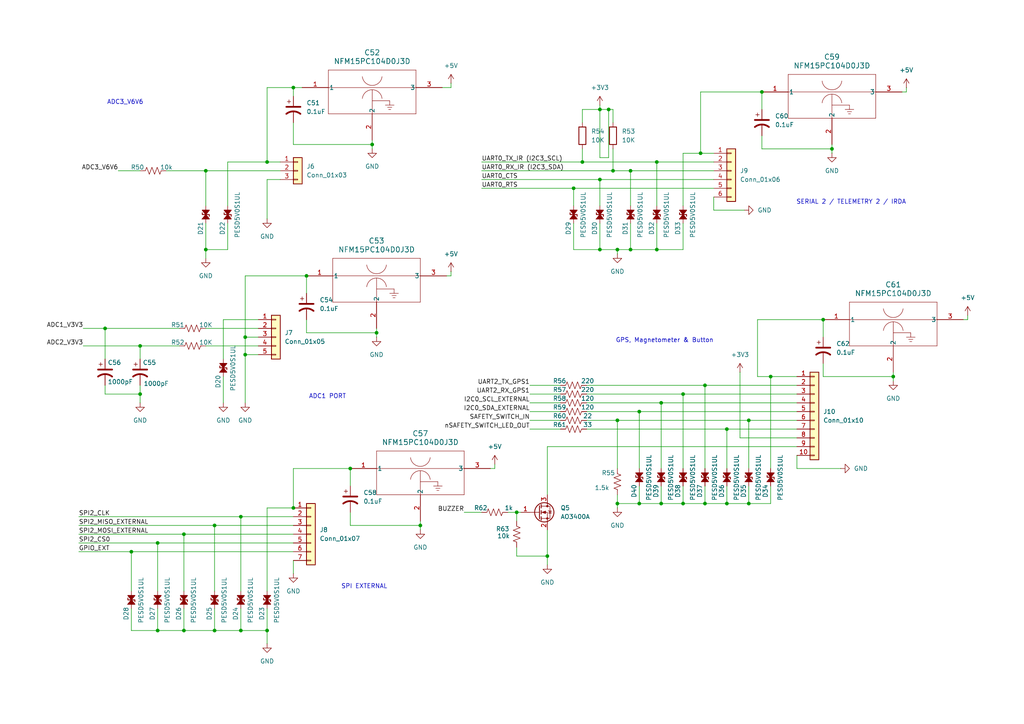
<source format=kicad_sch>
(kicad_sch (version 20231120) (generator "eeschema") (generator_version "8.0")
  (paper "A4")
  (lib_symbols
    (symbol "Connector_Generic:Conn_01x03" (pin_names (offset 1.016) hide)
      (property "Reference" "J" (at 0 5.08 0))
      (property "Value" "Conn_01x03" (at 0 -5.08 0))
      (symbol "Conn_01x03_1_1"
        (rectangle (start -1.27 -2.413) (end 0 -2.667) (stroke (width 0.1524)))
        (rectangle (start -1.27 0.127) (end 0 -0.127) (stroke (width 0.1524)))
        (rectangle (start -1.27 2.667) (end 0 2.413) (stroke (width 0.1524)))
        (rectangle (start -1.27 3.81) (end 1.27 -3.81) (stroke (width 0.254)) (fill (type background)))
        (pin passive line (at -5.08 2.54 0) (length 3.81) (name "Pin_1") (number "1"))
        (pin passive line (at -5.08 0 0) (length 3.81) (name "Pin_2") (number "2"))
        (pin passive line (at -5.08 -2.54 0) (length 3.81) (name "Pin_3") (number "3"))
      )
    )
    (symbol "Connector_Generic:Conn_01x05" (pin_names (offset 1.016) hide)
      (property "Reference" "J" (at 0 7.62 0))
      (property "Value" "Conn_01x05" (at 0 -7.62 0))
      (symbol "Conn_01x05_1_1"
        (rectangle (start -1.27 -4.953) (end 0 -5.207) (stroke (width 0.1524)))
        (rectangle (start -1.27 -2.413) (end 0 -2.667) (stroke (width 0.1524)))
        (rectangle (start -1.27 0.127) (end 0 -0.127) (stroke (width 0.1524)))
        (rectangle (start -1.27 2.667) (end 0 2.413) (stroke (width 0.1524)))
        (rectangle (start -1.27 5.207) (end 0 4.953) (stroke (width 0.1524)))
        (rectangle (start -1.27 6.35) (end 1.27 -6.35) (stroke (width 0.254)) (fill (type background)))
        (pin passive line (at -5.08 5.08 0) (length 3.81) (name "Pin_1") (number "1"))
        (pin passive line (at -5.08 2.54 0) (length 3.81) (name "Pin_2") (number "2"))
        (pin passive line (at -5.08 0 0) (length 3.81) (name "Pin_3") (number "3"))
        (pin passive line (at -5.08 -2.54 0) (length 3.81) (name "Pin_4") (number "4"))
        (pin passive line (at -5.08 -5.08 0) (length 3.81) (name "Pin_5") (number "5"))
      )
    )
    (symbol "Connector_Generic:Conn_01x06" (pin_names (offset 1.016) hide)
      (property "Reference" "J" (at 0 7.62 0))
      (property "Value" "Conn_01x06" (at 0 -10.16 0))
      (symbol "Conn_01x06_1_1"
        (rectangle (start -1.27 -7.493) (end 0 -7.747) (stroke (width 0.1524)))
        (rectangle (start -1.27 -4.953) (end 0 -5.207) (stroke (width 0.1524)))
        (rectangle (start -1.27 -2.413) (end 0 -2.667) (stroke (width 0.1524)))
        (rectangle (start -1.27 0.127) (end 0 -0.127) (stroke (width 0.1524)))
        (rectangle (start -1.27 2.667) (end 0 2.413) (stroke (width 0.1524)))
        (rectangle (start -1.27 5.207) (end 0 4.953) (stroke (width 0.1524)))
        (rectangle (start -1.27 6.35) (end 1.27 -8.89) (stroke (width 0.254)) (fill (type background)))
        (pin passive line (at -5.08 5.08 0) (length 3.81) (name "Pin_1") (number "1"))
        (pin passive line (at -5.08 2.54 0) (length 3.81) (name "Pin_2") (number "2"))
        (pin passive line (at -5.08 0 0) (length 3.81) (name "Pin_3") (number "3"))
        (pin passive line (at -5.08 -2.54 0) (length 3.81) (name "Pin_4") (number "4"))
        (pin passive line (at -5.08 -5.08 0) (length 3.81) (name "Pin_5") (number "5"))
        (pin passive line (at -5.08 -7.62 0) (length 3.81) (name "Pin_6") (number "6"))
      )
    )
    (symbol "Connector_Generic:Conn_01x07" (pin_names (offset 1.016) hide)
      (property "Reference" "J" (at 0 10.16 0))
      (property "Value" "Conn_01x07" (at 0 -10.16 0))
      (symbol "Conn_01x07_1_1"
        (rectangle (start -1.27 -7.493) (end 0 -7.747) (stroke (width 0.1524)))
        (rectangle (start -1.27 -4.953) (end 0 -5.207) (stroke (width 0.1524)))
        (rectangle (start -1.27 -2.413) (end 0 -2.667) (stroke (width 0.1524)))
        (rectangle (start -1.27 0.127) (end 0 -0.127) (stroke (width 0.1524)))
        (rectangle (start -1.27 2.667) (end 0 2.413) (stroke (width 0.1524)))
        (rectangle (start -1.27 5.207) (end 0 4.953) (stroke (width 0.1524)))
        (rectangle (start -1.27 7.747) (end 0 7.493) (stroke (width 0.1524)))
        (rectangle (start -1.27 8.89) (end 1.27 -8.89) (stroke (width 0.254)) (fill (type background)))
        (pin passive line (at -5.08 7.62 0) (length 3.81) (name "Pin_1") (number "1"))
        (pin passive line (at -5.08 5.08 0) (length 3.81) (name "Pin_2") (number "2"))
        (pin passive line (at -5.08 2.54 0) (length 3.81) (name "Pin_3") (number "3"))
        (pin passive line (at -5.08 0 0) (length 3.81) (name "Pin_4") (number "4"))
        (pin passive line (at -5.08 -2.54 0) (length 3.81) (name "Pin_5") (number "5"))
        (pin passive line (at -5.08 -5.08 0) (length 3.81) (name "Pin_6") (number "6"))
        (pin passive line (at -5.08 -7.62 0) (length 3.81) (name "Pin_7") (number "7"))
      )
    )
    (symbol "Connector_Generic:Conn_01x10" (pin_names (offset 1.016) hide)
      (property "Reference" "J" (at 0 12.7 0))
      (property "Value" "Conn_01x10" (at 0 -15.24 0))
      (symbol "Conn_01x10_1_1"
        (rectangle (start -1.27 -12.573) (end 0 -12.827) (stroke (width 0.1524)))
        (rectangle (start -1.27 -10.033) (end 0 -10.287) (stroke (width 0.1524)))
        (rectangle (start -1.27 -7.493) (end 0 -7.747) (stroke (width 0.1524)))
        (rectangle (start -1.27 -4.953) (end 0 -5.207) (stroke (width 0.1524)))
        (rectangle (start -1.27 -2.413) (end 0 -2.667) (stroke (width 0.1524)))
        (rectangle (start -1.27 0.127) (end 0 -0.127) (stroke (width 0.1524)))
        (rectangle (start -1.27 2.667) (end 0 2.413) (stroke (width 0.1524)))
        (rectangle (start -1.27 5.207) (end 0 4.953) (stroke (width 0.1524)))
        (rectangle (start -1.27 7.747) (end 0 7.493) (stroke (width 0.1524)))
        (rectangle (start -1.27 10.287) (end 0 10.033) (stroke (width 0.1524)))
        (rectangle (start -1.27 11.43) (end 1.27 -13.97) (stroke (width 0.254)) (fill (type background)))
        (pin passive line (at -5.08 10.16 0) (length 3.81) (name "Pin_1") (number "1"))
        (pin passive line (at -5.08 -12.7 0) (length 3.81) (name "Pin_10") (number "10"))
        (pin passive line (at -5.08 7.62 0) (length 3.81) (name "Pin_2") (number "2"))
        (pin passive line (at -5.08 5.08 0) (length 3.81) (name "Pin_3") (number "3"))
        (pin passive line (at -5.08 2.54 0) (length 3.81) (name "Pin_4") (number "4"))
        (pin passive line (at -5.08 0 0) (length 3.81) (name "Pin_5") (number "5"))
        (pin passive line (at -5.08 -2.54 0) (length 3.81) (name "Pin_6") (number "6"))
        (pin passive line (at -5.08 -5.08 0) (length 3.81) (name "Pin_7") (number "7"))
        (pin passive line (at -5.08 -7.62 0) (length 3.81) (name "Pin_8") (number "8"))
        (pin passive line (at -5.08 -10.16 0) (length 3.81) (name "Pin_9") (number "9"))
      )
    )
    (symbol "Device:C_Polarized_US" (pin_numbers hide) (pin_names (offset 0.254) hide)
      (property "Reference" "C" (at 0.635 2.54 0))
      (property "Value" "C_Polarized_US" (at 0.635 -2.54 0))
      (symbol "C_Polarized_US_0_1"
        (polyline (pts (xy -2.032 0.762) (xy 2.032 0.762)) (stroke (width 0.508)))
        (polyline (pts (xy -1.778 2.286) (xy -0.762 2.286)))
        (polyline (pts (xy -1.27 1.778) (xy -1.27 2.794)))
        (arc (start 2.032 -1.27) (mid 0 -0.5572) (end -2.032 -1.27) (stroke (width 0.508)))
      )
      (symbol "C_Polarized_US_1_1"
        (pin passive line (at 0 3.81 270) (length 2.794) (name "~") (number "1"))
        (pin passive line (at 0 -3.81 90) (length 3.302) (name "~") (number "2"))
      )
    )
    (symbol "Device:D_TVS_Small_Filled" (pin_numbers hide) (pin_names (offset 1.016) hide)
      (property "Reference" "D" (at 0 2.54 0))
      (property "Value" "D_TVS_Small_Filled" (at 0 -2.54 0))
      (symbol "D_TVS_Small_Filled_0_1"
        (polyline (pts (xy -1.27 0) (xy 1.27 0)))
        (polyline (pts (xy 0.508 1.016) (xy 0 1.016) (xy 0 -1.016) (xy -0.508 -1.016)) (stroke (width 0.254)))
      )
      (symbol "D_TVS_Small_Filled_1_1"
        (polyline (pts (xy -1.27 1.016) (xy -1.27 -1.016) (xy 0 0) (xy -1.27 1.016)) (stroke (width 0.254)) (fill (type outline)))
        (polyline (pts (xy 0 0) (xy 1.27 1.016) (xy 1.27 -1.016) (xy 0 0)) (stroke (width 0.254)) (fill (type outline)))
        (pin passive line (at -2.54 0 0) (length 1.27) (name "A1") (number "1"))
        (pin passive line (at 2.54 0 180) (length 1.27) (name "A2") (number "2"))
      )
    )
    (symbol "Device:R" (pin_numbers hide) (pin_names (offset 0))
      (property "Reference" "R" (at 2.032 0 90))
      (property "Value" "R" (at 0 0 90))
      (symbol "R_0_1"
        (rectangle (start -1.016 -2.54) (end 1.016 2.54) (stroke (width 0.254)))
      )
      (symbol "R_1_1"
        (pin passive line (at 0 3.81 270) (length 1.27) (name "~") (number "1"))
        (pin passive line (at 0 -3.81 90) (length 1.27) (name "~") (number "2"))
      )
    )
    (symbol "Device:R_US" (pin_numbers hide) (pin_names (offset 0))
      (property "Reference" "R" (at 2.54 0 90))
      (property "Value" "R_US" (at -2.54 0 90))
      (symbol "R_US_0_1"
        (polyline (pts (xy 0 -2.286) (xy 0 -2.54)))
        (polyline (pts (xy 0 2.286) (xy 0 2.54)))
        (polyline (pts (xy 0 -0.762) (xy 1.016 -1.143) (xy 0 -1.524) (xy -1.016 -1.905) (xy 0 -2.286)))
        (polyline (pts (xy 0 0.762) (xy 1.016 0.381) (xy 0 0) (xy -1.016 -0.381) (xy 0 -0.762)))
        (polyline (pts (xy 0 2.286) (xy 1.016 1.905) (xy 0 1.524) (xy -1.016 1.143) (xy 0 0.762)))
      )
      (symbol "R_US_1_1"
        (pin passive line (at 0 3.81 270) (length 1.27) (name "~") (number "1"))
        (pin passive line (at 0 -3.81 90) (length 1.27) (name "~") (number "2"))
      )
    )
    (symbol "NFM15PC104D0J3D:NFM15PC104D0J3D" (pin_names (offset 0.254))
      (property "Reference" "C" (at 20.32 10.16 0))
      (property "Value" "NFM15PC104D0J3D" (at 20.32 7.62 0))
      (symbol "NFM15PC104D0J3D_0_1"
        (polyline (pts (xy 7.62 -7.62) (xy 33.02 -7.62)) (stroke (width 0.127)))
        (polyline (pts (xy 7.62 0) (xy 33.02 0)) (stroke (width 0.127)))
        (polyline (pts (xy 7.62 5.08) (xy 7.62 -7.62)) (stroke (width 0.127)))
        (polyline (pts (xy 20.32 -7.62) (xy 20.32 -0.635)) (stroke (width 0.127)))
        (polyline (pts (xy 20.32 -3.81) (xy 25.4 -3.81)) (stroke (width 0.127)))
        (polyline (pts (xy 24.13 -5.08) (xy 26.67 -5.08)) (stroke (width 0.127)))
        (polyline (pts (xy 24.765 -5.715) (xy 26.035 -5.715)) (stroke (width 0.127)))
        (polyline (pts (xy 25.0825 -6.35) (xy 25.7175 -6.35)) (stroke (width 0.127)))
        (polyline (pts (xy 25.4 -3.81) (xy 25.4 -5.08)) (stroke (width 0.127)))
        (polyline (pts (xy 33.02 -7.62) (xy 33.02 5.08)) (stroke (width 0.127)))
        (polyline (pts (xy 33.02 5.08) (xy 7.62 5.08)) (stroke (width 0.127)))
        (arc (start 17.4674 3.1755) (mid 20.32 0.6223) (end 23.1726 3.1755) (stroke (width 0.127)))
        (arc (start 23.1726 -3.1755) (mid 20.32 -0.6223) (end 17.4674 -3.1755) (stroke (width 0.127)))
        (pin unspecified line (at 0 0 0) (length 7.62) (name "1") (number "1"))
        (pin unspecified line (at 20.32 -15.24 90) (length 7.62) (name "2") (number "2"))
        (pin unspecified line (at 40.64 0 180) (length 7.62) (name "3") (number "3"))
      )
    )
    (symbol "Transistor_FET:AO3400A" (pin_names hide)
      (property "Reference" "Q" (at 5.08 1.905 0))
      (property "Value" "AO3400A" (at 5.08 0 0))
      (symbol "AO3400A_0_1"
        (polyline (pts (xy 0.254 0) (xy -2.54 0)))
        (polyline (pts (xy 0.254 1.905) (xy 0.254 -1.905)) (stroke (width 0.254)))
        (polyline (pts (xy 0.762 -1.27) (xy 0.762 -2.286)) (stroke (width 0.254)))
        (polyline (pts (xy 0.762 0.508) (xy 0.762 -0.508)) (stroke (width 0.254)))
        (polyline (pts (xy 0.762 2.286) (xy 0.762 1.27)) (stroke (width 0.254)))
        (polyline (pts (xy 2.54 2.54) (xy 2.54 1.778)))
        (polyline (pts (xy 2.54 -2.54) (xy 2.54 0) (xy 0.762 0)))
        (polyline (pts (xy 0.762 -1.778) (xy 3.302 -1.778) (xy 3.302 1.778) (xy 0.762 1.778)))
        (polyline (pts (xy 1.016 0) (xy 2.032 0.381) (xy 2.032 -0.381) (xy 1.016 0)) (fill (type outline)))
        (polyline (pts (xy 2.794 0.508) (xy 2.921 0.381) (xy 3.683 0.381) (xy 3.81 0.254)))
        (polyline (pts (xy 3.302 0.381) (xy 2.921 -0.254) (xy 3.683 -0.254) (xy 3.302 0.381)))
        (circle (center 1.651 0) (radius 2.794) (stroke (width 0.254)))
        (circle (center 2.54 -1.778) (radius 0.254) (fill (type outline)))
        (circle (center 2.54 1.778) (radius 0.254) (fill (type outline)))
      )
      (symbol "AO3400A_1_1"
        (pin input line (at -5.08 0 0) (length 2.54) (name "G") (number "1"))
        (pin passive line (at 2.54 -5.08 90) (length 2.54) (name "S") (number "2"))
        (pin passive line (at 2.54 5.08 270) (length 2.54) (name "D") (number "3"))
      )
    )
    (symbol "power:+3V3" (power) (pin_numbers hide) (pin_names (offset 0) hide)
      (property "Value" "+3V3" (at 0 3.556 0))
      (symbol "+3V3_0_1"
        (polyline (pts (xy -0.762 1.27) (xy 0 2.54)))
        (polyline (pts (xy 0 0) (xy 0 2.54)))
        (polyline (pts (xy 0 2.54) (xy 0.762 1.27)))
      )
      (symbol "+3V3_1_1"
        (pin power_in line (at 0 0 90) (length 0) (name "~") (number "1"))
      )
    )
    (symbol "power:+5V" (power) (pin_numbers hide) (pin_names (offset 0) hide)
      (property "Value" "+5V" (at 0 3.556 0))
      (symbol "+5V_0_1"
        (polyline (pts (xy -0.762 1.27) (xy 0 2.54)))
        (polyline (pts (xy 0 0) (xy 0 2.54)))
        (polyline (pts (xy 0 2.54) (xy 0.762 1.27)))
      )
      (symbol "+5V_1_1"
        (pin power_in line (at 0 0 90) (length 0) (name "~") (number "1"))
      )
    )
    (symbol "power:GND" (power) (pin_numbers hide) (pin_names (offset 0) hide)
      (property "Value" "GND" (at 0 -3.81 0))
      (symbol "GND_0_1"
        (polyline (pts (xy 0 0) (xy 0 -1.27) (xy 1.27 -1.27) (xy 0 -2.54) (xy -1.27 -1.27) (xy 0 -1.27)))
      )
      (symbol "GND_1_1"
        (pin power_in line (at 0 0 270) (length 0) (name "~") (number "1"))
      )
    )
  )
  (junction (at 177.8 49.53))
  (junction (at 217.17 121.92))
  (junction (at 204.47 111.76))
  (junction (at 38.1 160.02))
  (junction (at 107.95 41.91))
  (junction (at 182.88 72.39))
  (junction (at 109.22 96.52))
  (junction (at 173.99 52.07))
  (junction (at 182.88 49.53))
  (junction (at 241.3 43.18))
  (junction (at 101.6 135.89))
  (junction (at 198.12 146.05))
  (junction (at 190.5 72.39))
  (junction (at 173.99 72.39))
  (junction (at 69.85 182.88))
  (junction (at 204.47 146.05))
  (junction (at 191.77 116.84))
  (junction (at 173.99 31.75))
  (junction (at 203.2 44.45))
  (junction (at 166.37 54.61))
  (junction (at 40.64 114.3))
  (junction (at 40.64 100.33))
  (junction (at 121.92 152.4))
  (junction (at 210.82 124.46))
  (junction (at 59.69 49.53))
  (junction (at 149.86 148.59))
  (junction (at 179.07 121.92))
  (junction (at 220.98 26.67))
  (junction (at 185.42 119.38))
  (junction (at 176.53 31.75))
  (junction (at 53.34 182.88))
  (junction (at 158.75 161.29))
  (junction (at 198.12 114.3))
  (junction (at 45.72 182.88))
  (junction (at 62.23 182.88))
  (junction (at 238.76 92.71))
  (junction (at 210.82 146.05))
  (junction (at 179.07 146.05))
  (junction (at 85.09 25.4))
  (junction (at 53.34 154.94))
  (junction (at 179.07 72.39))
  (junction (at 62.23 152.4))
  (junction (at 223.52 109.22))
  (junction (at 59.69 72.39))
  (junction (at 191.77 146.05))
  (junction (at 71.12 102.87))
  (junction (at 259.08 109.22))
  (junction (at 77.47 46.99))
  (junction (at 88.9 80.01))
  (junction (at 190.5 46.99))
  (junction (at 77.47 182.88))
  (junction (at 217.17 146.05))
  (junction (at 71.12 97.79))
  (junction (at 45.72 157.48))
  (junction (at 185.42 146.05))
  (junction (at 85.09 147.32))
  (junction (at 30.48 95.25))
  (junction (at 69.85 149.86))
  (junction (at 168.91 46.99))
  (wire (pts (xy 223.52 140.97) (xy 223.52 146.05)))
  (wire (pts (xy 173.99 64.77) (xy 173.99 72.39)))
  (wire (pts (xy 88.9 96.52) (xy 109.22 96.52)))
  (wire (pts (xy 59.69 72.39) (xy 66.04 72.39)))
  (wire (pts (xy 190.5 64.77) (xy 190.5 72.39)))
  (wire (pts (xy 217.17 146.05) (xy 210.82 146.05)))
  (wire (pts (xy 53.34 176.53) (xy 53.34 182.88)))
  (wire (pts (xy 204.47 111.76) (xy 231.14 111.76)))
  (wire (pts (xy 71.12 97.79) (xy 71.12 102.87)))
  (wire (pts (xy 153.67 111.76) (xy 162.56 111.76)))
  (wire (pts (xy 170.18 116.84) (xy 191.77 116.84)))
  (wire (pts (xy 45.72 157.48) (xy 85.09 157.48)))
  (wire (pts (xy 34.29 49.53) (xy 40.64 49.53)))
  (wire (pts (xy 38.1 160.02) (xy 85.09 160.02)))
  (wire (pts (xy 170.18 119.38) (xy 185.42 119.38)))
  (wire (pts (xy 24.13 100.33) (xy 40.64 100.33)))
  (wire (pts (xy 107.95 41.91) (xy 107.95 40.64)))
  (wire (pts (xy 77.47 52.07) (xy 77.47 63.5)))
  (wire (pts (xy 66.04 59.69) (xy 66.04 46.99)))
  (wire (pts (xy 207.01 60.96) (xy 215.9 60.96)))
  (wire (pts (xy 30.48 111.76) (xy 30.48 114.3)))
  (wire (pts (xy 77.47 176.53) (xy 77.47 182.88)))
  (wire (pts (xy 190.5 72.39) (xy 182.88 72.39)))
  (wire (pts (xy 198.12 146.05) (xy 191.77 146.05)))
  (wire (pts (xy 214.63 127) (xy 231.14 127)))
  (wire (pts (xy 190.5 46.99) (xy 207.01 46.99)))
  (wire (pts (xy 22.86 149.86) (xy 69.85 149.86)))
  (wire (pts (xy 238.76 109.22) (xy 259.08 109.22)))
  (wire (pts (xy 220.98 39.37) (xy 220.98 43.18)))
  (wire (pts (xy 101.6 148.59) (xy 101.6 152.4)))
  (wire (pts (xy 139.7 46.99) (xy 168.91 46.99)))
  (wire (pts (xy 168.91 46.99) (xy 190.5 46.99)))
  (wire (pts (xy 30.48 114.3) (xy 40.64 114.3)))
  (wire (pts (xy 238.76 105.41) (xy 238.76 109.22)))
  (wire (pts (xy 40.64 100.33) (xy 40.64 104.14)))
  (wire (pts (xy 214.63 107.95) (xy 214.63 127)))
  (wire (pts (xy 130.81 25.4) (xy 128.27 25.4)))
  (wire (pts (xy 219.71 109.22) (xy 223.52 109.22)))
  (wire (pts (xy 45.72 176.53) (xy 45.72 182.88)))
  (wire (pts (xy 191.77 146.05) (xy 185.42 146.05)))
  (wire (pts (xy 45.72 171.45) (xy 45.72 157.48)))
  (wire (pts (xy 59.69 49.53) (xy 81.28 49.53)))
  (wire (pts (xy 182.88 64.77) (xy 182.88 72.39)))
  (wire (pts (xy 217.17 140.97) (xy 217.17 146.05)))
  (wire (pts (xy 170.18 114.3) (xy 198.12 114.3)))
  (wire (pts (xy 153.67 116.84) (xy 162.56 116.84)))
  (wire (pts (xy 143.51 135.89) (xy 142.24 135.89)))
  (wire (pts (xy 59.69 95.25) (xy 74.93 95.25)))
  (wire (pts (xy 130.81 80.01) (xy 130.81 78.74)))
  (wire (pts (xy 59.69 72.39) (xy 59.69 74.93)))
  (wire (pts (xy 190.5 46.99) (xy 190.5 59.69)))
  (wire (pts (xy 85.09 162.56) (xy 85.09 166.37)))
  (wire (pts (xy 203.2 44.45) (xy 207.01 44.45)))
  (wire (pts (xy 204.47 111.76) (xy 204.47 135.89)))
  (wire (pts (xy 139.7 49.53) (xy 177.8 49.53)))
  (wire (pts (xy 173.99 45.72) (xy 176.53 45.72)))
  (wire (pts (xy 30.48 104.14) (xy 30.48 95.25)))
  (wire (pts (xy 121.92 151.13) (xy 121.92 152.4)))
  (wire (pts (xy 231.14 132.08) (xy 231.14 135.89)))
  (wire (pts (xy 177.8 49.53) (xy 182.88 49.53)))
  (wire (pts (xy 88.9 80.01) (xy 88.9 85.09)))
  (wire (pts (xy 185.42 140.97) (xy 185.42 146.05)))
  (wire (pts (xy 38.1 176.53) (xy 38.1 182.88)))
  (wire (pts (xy 149.86 161.29) (xy 158.75 161.29)))
  (wire (pts (xy 223.52 109.22) (xy 231.14 109.22)))
  (wire (pts (xy 71.12 80.01) (xy 71.12 97.79)))
  (wire (pts (xy 59.69 49.53) (xy 59.69 59.69)))
  (wire (pts (xy 69.85 149.86) (xy 85.09 149.86)))
  (wire (pts (xy 22.86 157.48) (xy 45.72 157.48)))
  (wire (pts (xy 170.18 124.46) (xy 210.82 124.46)))
  (wire (pts (xy 153.67 119.38) (xy 162.56 119.38)))
  (wire (pts (xy 198.12 140.97) (xy 198.12 146.05)))
  (wire (pts (xy 40.64 100.33) (xy 52.07 100.33)))
  (wire (pts (xy 168.91 35.56) (xy 168.91 31.75)))
  (wire (pts (xy 71.12 97.79) (xy 74.93 97.79)))
  (wire (pts (xy 238.76 92.71) (xy 238.76 97.79)))
  (wire (pts (xy 220.98 26.67) (xy 220.98 31.75)))
  (wire (pts (xy 259.08 109.22) (xy 259.08 110.49)))
  (wire (pts (xy 166.37 72.39) (xy 173.99 72.39)))
  (wire (pts (xy 217.17 121.92) (xy 231.14 121.92)))
  (wire (pts (xy 109.22 96.52) (xy 109.22 97.79)))
  (wire (pts (xy 87.63 25.4) (xy 85.09 25.4)))
  (wire (pts (xy 210.82 124.46) (xy 231.14 124.46)))
  (wire (pts (xy 77.47 25.4) (xy 85.09 25.4)))
  (wire (pts (xy 85.09 35.56) (xy 85.09 41.91)))
  (wire (pts (xy 121.92 152.4) (xy 121.92 153.67)))
  (wire (pts (xy 22.86 154.94) (xy 53.34 154.94)))
  (wire (pts (xy 139.7 54.61) (xy 166.37 54.61)))
  (wire (pts (xy 77.47 46.99) (xy 81.28 46.99)))
  (wire (pts (xy 210.82 124.46) (xy 210.82 135.89)))
  (wire (pts (xy 85.09 41.91) (xy 107.95 41.91)))
  (wire (pts (xy 48.26 49.53) (xy 59.69 49.53)))
  (wire (pts (xy 198.12 114.3) (xy 231.14 114.3)))
  (wire (pts (xy 130.81 24.13) (xy 130.81 25.4)))
  (wire (pts (xy 173.99 31.75) (xy 176.53 31.75)))
  (wire (pts (xy 231.14 135.89) (xy 243.84 135.89)))
  (wire (pts (xy 177.8 43.18) (xy 177.8 49.53)))
  (wire (pts (xy 130.81 80.01) (xy 129.54 80.01)))
  (wire (pts (xy 173.99 30.48) (xy 173.99 31.75)))
  (wire (pts (xy 149.86 158.75) (xy 149.86 161.29)))
  (wire (pts (xy 149.86 148.59) (xy 149.86 151.13)))
  (wire (pts (xy 153.67 124.46) (xy 162.56 124.46)))
  (wire (pts (xy 182.88 72.39) (xy 179.07 72.39)))
  (wire (pts (xy 77.47 46.99) (xy 77.47 25.4)))
  (wire (pts (xy 179.07 146.05) (xy 179.07 147.32)))
  (wire (pts (xy 210.82 140.97) (xy 210.82 146.05)))
  (wire (pts (xy 280.67 92.71) (xy 280.67 91.44)))
  (wire (pts (xy 219.71 92.71) (xy 238.76 92.71)))
  (wire (pts (xy 223.52 109.22) (xy 223.52 135.89)))
  (wire (pts (xy 139.7 52.07) (xy 173.99 52.07)))
  (wire (pts (xy 198.12 59.69) (xy 198.12 44.45)))
  (wire (pts (xy 62.23 182.88) (xy 69.85 182.88)))
  (wire (pts (xy 182.88 59.69) (xy 182.88 49.53)))
  (wire (pts (xy 198.12 114.3) (xy 198.12 135.89)))
  (wire (pts (xy 66.04 64.77) (xy 66.04 72.39)))
  (wire (pts (xy 210.82 146.05) (xy 204.47 146.05)))
  (wire (pts (xy 153.67 121.92) (xy 162.56 121.92)))
  (wire (pts (xy 85.09 25.4) (xy 85.09 27.94)))
  (wire (pts (xy 179.07 143.51) (xy 179.07 146.05)))
  (wire (pts (xy 101.6 135.89) (xy 101.6 140.97)))
  (wire (pts (xy 262.89 26.67) (xy 262.89 25.4)))
  (wire (pts (xy 223.52 146.05) (xy 217.17 146.05)))
  (wire (pts (xy 69.85 149.86) (xy 69.85 171.45)))
  (wire (pts (xy 22.86 152.4) (xy 62.23 152.4)))
  (wire (pts (xy 88.9 92.71) (xy 88.9 96.52)))
  (wire (pts (xy 173.99 52.07) (xy 207.01 52.07)))
  (wire (pts (xy 22.86 160.02) (xy 38.1 160.02)))
  (wire (pts (xy 241.3 43.18) (xy 241.3 44.45)))
  (wire (pts (xy 219.71 92.71) (xy 219.71 109.22)))
  (wire (pts (xy 204.47 146.05) (xy 198.12 146.05)))
  (wire (pts (xy 185.42 119.38) (xy 231.14 119.38)))
  (wire (pts (xy 158.75 129.54) (xy 231.14 129.54)))
  (wire (pts (xy 191.77 116.84) (xy 231.14 116.84)))
  (wire (pts (xy 185.42 146.05) (xy 179.07 146.05)))
  (wire (pts (xy 262.89 26.67) (xy 261.62 26.67)))
  (wire (pts (xy 134.62 148.59) (xy 139.7 148.59)))
  (wire (pts (xy 38.1 182.88) (xy 45.72 182.88)))
  (wire (pts (xy 173.99 72.39) (xy 179.07 72.39)))
  (wire (pts (xy 259.08 107.95) (xy 259.08 109.22)))
  (wire (pts (xy 66.04 46.99) (xy 77.47 46.99)))
  (wire (pts (xy 69.85 182.88) (xy 77.47 182.88)))
  (wire (pts (xy 64.77 92.71) (xy 74.93 92.71)))
  (wire (pts (xy 62.23 176.53) (xy 62.23 182.88)))
  (wire (pts (xy 191.77 140.97) (xy 191.77 146.05)))
  (wire (pts (xy 40.64 114.3) (xy 40.64 116.84)))
  (wire (pts (xy 170.18 121.92) (xy 179.07 121.92)))
  (wire (pts (xy 158.75 161.29) (xy 158.75 163.83)))
  (wire (pts (xy 198.12 64.77) (xy 198.12 72.39)))
  (wire (pts (xy 203.2 44.45) (xy 203.2 26.67)))
  (wire (pts (xy 85.09 147.32) (xy 85.09 135.89)))
  (wire (pts (xy 62.23 171.45) (xy 62.23 152.4)))
  (wire (pts (xy 166.37 54.61) (xy 207.01 54.61)))
  (wire (pts (xy 64.77 109.22) (xy 64.77 116.84)))
  (wire (pts (xy 185.42 119.38) (xy 185.42 135.89)))
  (wire (pts (xy 59.69 64.77) (xy 59.69 72.39)))
  (wire (pts (xy 64.77 104.14) (xy 64.77 92.71)))
  (wire (pts (xy 166.37 64.77) (xy 166.37 72.39)))
  (wire (pts (xy 168.91 31.75) (xy 173.99 31.75)))
  (wire (pts (xy 176.53 31.75) (xy 177.8 31.75)))
  (wire (pts (xy 203.2 26.67) (xy 220.98 26.67)))
  (wire (pts (xy 77.47 147.32) (xy 85.09 147.32)))
  (wire (pts (xy 177.8 31.75) (xy 177.8 35.56)))
  (wire (pts (xy 153.67 114.3) (xy 162.56 114.3)))
  (wire (pts (xy 166.37 54.61) (xy 166.37 59.69)))
  (wire (pts (xy 53.34 154.94) (xy 85.09 154.94)))
  (wire (pts (xy 71.12 80.01) (xy 88.9 80.01)))
  (wire (pts (xy 207.01 57.15) (xy 207.01 60.96)))
  (wire (pts (xy 158.75 143.51) (xy 158.75 129.54)))
  (wire (pts (xy 24.13 95.25) (xy 30.48 95.25)))
  (wire (pts (xy 179.07 73.66) (xy 179.07 72.39)))
  (wire (pts (xy 77.47 182.88) (xy 77.47 186.69)))
  (wire (pts (xy 176.53 31.75) (xy 176.53 45.72)))
  (wire (pts (xy 71.12 102.87) (xy 74.93 102.87)))
  (wire (pts (xy 168.91 43.18) (xy 168.91 46.99)))
  (wire (pts (xy 217.17 121.92) (xy 217.17 135.89)))
  (wire (pts (xy 109.22 95.25) (xy 109.22 96.52)))
  (wire (pts (xy 45.72 182.88) (xy 53.34 182.88)))
  (wire (pts (xy 69.85 176.53) (xy 69.85 182.88)))
  (wire (pts (xy 204.47 140.97) (xy 204.47 146.05)))
  (wire (pts (xy 179.07 121.92) (xy 179.07 135.89)))
  (wire (pts (xy 30.48 95.25) (xy 52.07 95.25)))
  (wire (pts (xy 147.32 148.59) (xy 149.86 148.59)))
  (wire (pts (xy 170.18 111.76) (xy 204.47 111.76)))
  (wire (pts (xy 59.69 100.33) (xy 74.93 100.33)))
  (wire (pts (xy 53.34 182.88) (xy 62.23 182.88)))
  (wire (pts (xy 85.09 135.89) (xy 101.6 135.89)))
  (wire (pts (xy 107.95 43.18) (xy 107.95 41.91)))
  (wire (pts (xy 77.47 171.45) (xy 77.47 147.32)))
  (wire (pts (xy 149.86 148.59) (xy 151.13 148.59)))
  (wire (pts (xy 179.07 121.92) (xy 217.17 121.92)))
  (wire (pts (xy 71.12 102.87) (xy 71.12 116.84)))
  (wire (pts (xy 173.99 52.07) (xy 173.99 59.69)))
  (wire (pts (xy 143.51 135.89) (xy 143.51 134.62)))
  (wire (pts (xy 182.88 49.53) (xy 207.01 49.53)))
  (wire (pts (xy 158.75 161.29) (xy 158.75 153.67)))
  (wire (pts (xy 53.34 154.94) (xy 53.34 171.45)))
  (wire (pts (xy 198.12 72.39) (xy 190.5 72.39)))
  (wire (pts (xy 62.23 152.4) (xy 85.09 152.4)))
  (wire (pts (xy 191.77 116.84) (xy 191.77 135.89)))
  (wire (pts (xy 173.99 31.75) (xy 173.99 45.72)))
  (wire (pts (xy 280.67 92.71) (xy 279.4 92.71)))
  (wire (pts (xy 81.28 52.07) (xy 77.47 52.07)))
  (wire (pts (xy 220.98 43.18) (xy 241.3 43.18)))
  (wire (pts (xy 38.1 171.45) (xy 38.1 160.02)))
  (wire (pts (xy 241.3 41.91) (xy 241.3 43.18)))
  (wire (pts (xy 101.6 152.4) (xy 121.92 152.4)))
  (wire (pts (xy 40.64 111.76) (xy 40.64 114.3)))
  (wire (pts (xy 198.12 44.45) (xy 203.2 44.45)))
  (text "ADC1 PORT" (at 94.996 115.062 0) (effects (font (size 1.27 1.27))))
  (text "ADC3_V6V6" (at 36.322 29.718 0) (effects (font (size 1.27 1.27))))
  (text "SPI EXTERNAL" (at 105.664 170.18 0) (effects (font (size 1.27 1.27))))
  (text "GPS, Magnetometer & Button" (at 192.786 98.806 0) (effects (font (size 1.27 1.27))))
  (text "SERIAL 2 / TELEMETRY 2 / IRDA" (at 246.888 58.674 0) (effects (font (size 1.27 1.27))))
  (label "GPIO_EXT" (at 22.86 160.02 0))
  (label "SAFETY_SWITCH_IN" (at 153.67 121.92 180))
  (label "UART0_RTS" (at 139.7 54.61 0))
  (label "SPI2_MISO_EXTERNAL" (at 22.86 152.4 0))
  (label "ADC3_V6V6" (at 34.29 49.53 180))
  (label "UART2_TX_GPS1" (at 153.67 111.76 180))
  (label "I2C0_SDA_EXTERNAL" (at 153.67 119.38 180))
  (label "UART0_CTS" (at 139.7 52.07 0))
  (label "SPI2_CS0" (at 22.86 157.48 0))
  (label "UART0_RX_IR (I2C3_SDA)" (at 139.7 49.53 0))
  (label "BUZZER" (at 134.62 148.59 180))
  (label "UART2_RX_GPS1" (at 153.67 114.3 180))
  (label "UART0_TX_IR (I2C3_SCL)" (at 139.7 46.99 0))
  (label "SPI2_MOSI_EXTERNAL" (at 22.86 154.94 0))
  (label "I2C0_SCL_EXTERNAL" (at 153.67 116.84 180))
  (label "nSAFETY_SWITCH_LED_OUT" (at 153.67 124.46 180))
  (label "SPI2_CLK" (at 22.86 149.86 0))
  (label "ADC1_V3V3" (at 24.13 95.25 180))
  (label "ADC2_V3V3" (at 24.13 100.33 180))
  (symbol (lib_id "Device:R_US") (at 166.37 121.92 90) (unit 1)
    (property "Reference" "R60" (at 162.306 120.65 90))
    (property "Value" "22" (at 170.434 120.65 90))
    (property "Description" "Resistor, US symbol" (effects (hide yes)))
  )
  (symbol (lib_id "power:+5V") (at 143.51 134.62 0) (unit 1)
    (property "Reference" "#PWR0111" (effects (hide yes)))
    (property "Value" "+5V" (at 143.51 129.54 0))
    (property "Description" "Power symbol creates a global label with name \"+5V\"" (effects (hide yes)))
  )
  (symbol (lib_id "power:GND") (at 77.47 63.5 0) (unit 1)
    (property "Reference" "#PWR0103" (effects (hide yes)))
    (property "Value" "GND" (at 77.47 68.58 0))
    (property "Description" "Power symbol creates a global label with name \"GND\" , ground" (effects (hide yes)))
  )
  (symbol (lib_id "Device:C_Polarized_US") (at 30.48 107.95 0) (unit 1)
    (property "Reference" "C56" (at 31.242 105.156 0) (effects (justify left)))
    (property "Value" "1000pF" (at 31.242 110.744 0) (effects (justify left)))
    (property "Description" "Polarized capacitor, US symbol" (effects (hide yes)))
  )
  (symbol (lib_id "power:GND") (at 64.77 116.84 0) (unit 1)
    (property "Reference" "#PWR0107" (effects (hide yes)))
    (property "Value" "GND" (at 64.77 121.92 0))
    (property "Description" "Power symbol creates a global label with name \"GND\" , ground" (effects (hide yes)))
  )
  (symbol (lib_id "Device:D_TVS_Small_Filled") (at 217.17 138.43 90) (unit 1)
    (property "Reference" "D35" (at 215.646 140.462 0) (effects (justify right)))
    (property "Value" "PESD5V0S1UL" (at 219.964 131.826 0) (effects (justify right)))
    (property "Description" "Bidirectional transient-voltage-suppression diode, small symbol, filled shape" (effects (hide yes)))
  )
  (symbol (lib_id "power:GND") (at 77.47 186.69 0) (unit 1)
    (property "Reference" "#PWR0112" (effects (hide yes)))
    (property "Value" "GND" (at 77.47 191.77 0))
    (property "Description" "Power symbol creates a global label with name \"GND\" , ground" (effects (hide yes)))
  )
  (symbol (lib_id "Device:D_TVS_Small_Filled") (at 173.99 62.23 90) (unit 1)
    (property "Reference" "D30" (at 172.466 64.262 0) (effects (justify right)))
    (property "Value" "PESD5V0S1UL" (at 176.784 55.626 0) (effects (justify right)))
    (property "Description" "Bidirectional transient-voltage-suppression diode, small symbol, filled shape" (effects (hide yes)))
  )
  (symbol (lib_id "Device:D_TVS_Small_Filled") (at 64.77 106.68 90) (unit 1)
    (property "Reference" "D20" (at 63.246 108.712 0) (effects (justify right)))
    (property "Value" "PESD5V0S1UL" (at 67.564 100.076 0) (effects (justify right)))
    (property "Description" "Bidirectional transient-voltage-suppression diode, small symbol, filled shape" (effects (hide yes)))
  )
  (symbol (lib_id "Device:R_US") (at 179.07 139.7 180) (unit 1)
    (property "Reference" "R55" (at 174.498 137.16 0) (effects (justify right)))
    (property "Value" "1.5k" (at 172.466 141.478 0) (effects (justify right)))
    (property "Description" "Resistor, US symbol" (effects (hide yes)))
  )
  (symbol (lib_id "Device:C_Polarized_US") (at 40.64 107.95 0) (unit 1)
    (property "Reference" "C55" (at 41.402 105.156 0) (effects (justify left)))
    (property "Value" "1000pF" (at 41.656 111.252 0) (effects (justify left)))
    (property "Description" "Polarized capacitor, US symbol" (effects (hide yes)))
  )
  (symbol (lib_id "Connector_Generic:Conn_01x07") (at 90.17 154.94 0) (unit 1)
    (property "Reference" "J8" (at 92.71 153.6699 0) (effects (justify left)))
    (property "Value" "Conn_01x07" (at 92.71 156.2099 0) (effects (justify left)))
    (property "Description" "Generic connector, single row, 01x07, script generated (kicad-library-utils/schlib/autogen/connector/)" (effects (hide yes)))
  )
  (symbol (lib_id "Device:C_Polarized_US") (at 238.76 101.6 0) (unit 1)
    (property "Reference" "C62" (at 242.57 99.6949 0) (effects (justify left)))
    (property "Value" "0.1uF" (at 242.57 102.2349 0) (effects (justify left)))
    (property "Description" "Polarized capacitor, US symbol" (effects (hide yes)))
  )
  (symbol (lib_id "Device:R_US") (at 166.37 111.76 90) (unit 1)
    (property "Reference" "R56" (at 162.306 110.49 90))
    (property "Value" "220" (at 170.434 110.49 90))
    (property "Description" "Resistor, US symbol" (effects (hide yes)))
  )
  (symbol (lib_id "Device:D_TVS_Small_Filled") (at 62.23 173.99 90) (unit 1)
    (property "Reference" "D25" (at 60.706 176.022 0) (effects (justify right)))
    (property "Value" "PESD5V0S1UL" (at 65.024 167.386 0) (effects (justify right)))
    (property "Description" "Bidirectional transient-voltage-suppression diode, small symbol, filled shape" (effects (hide yes)))
  )
  (symbol (lib_id "power:GND") (at 259.08 110.49 0) (unit 1)
    (property "Reference" "#PWR0119" (effects (hide yes)))
    (property "Value" "GND" (at 259.08 115.57 0))
    (property "Description" "Power symbol creates a global label with name \"GND\" , ground" (effects (hide yes)))
  )
  (symbol (lib_id "Device:D_TVS_Small_Filled") (at 166.37 62.23 90) (unit 1)
    (property "Reference" "D29" (at 164.846 64.262 0) (effects (justify right)))
    (property "Value" "PESD5V0S1UL" (at 169.164 55.626 0) (effects (justify right)))
    (property "Description" "Bidirectional transient-voltage-suppression diode, small symbol, filled shape" (effects (hide yes)))
  )
  (symbol (lib_id "power:GND") (at 243.84 135.89 90) (unit 1)
    (property "Reference" "#PWR0121" (effects (hide yes)))
    (property "Value" "GND" (at 247.65 135.8899 90) (effects (justify right)))
    (property "Description" "Power symbol creates a global label with name \"GND\" , ground" (effects (hide yes)))
  )
  (symbol (lib_id "power:GND") (at 179.07 147.32 0) (unit 1)
    (property "Reference" "#PWR0122" (effects (hide yes)))
    (property "Value" "GND" (at 179.07 152.4 0))
    (property "Description" "Power symbol creates a global label with name \"GND\" , ground" (effects (hide yes)))
  )
  (symbol (lib_id "power:GND") (at 59.69 74.93 0) (unit 1)
    (property "Reference" "#PWR0101" (effects (hide yes)))
    (property "Value" "GND" (at 59.69 80.01 0))
    (property "Description" "Power symbol creates a global label with name \"GND\" , ground" (effects (hide yes)))
  )
  (symbol (lib_id "Device:C_Polarized_US") (at 101.6 144.78 0) (unit 1)
    (property "Reference" "C58" (at 105.41 142.8749 0) (effects (justify left)))
    (property "Value" "0.1uF" (at 105.41 145.4149 0) (effects (justify left)))
    (property "Description" "Polarized capacitor, US symbol" (effects (hide yes)))
  )
  (symbol (lib_id "power:GND") (at 241.3 44.45 0) (unit 1)
    (property "Reference" "#PWR0114" (effects (hide yes)))
    (property "Value" "GND" (at 241.3 49.53 0))
    (property "Description" "Power symbol creates a global label with name \"GND\" , ground" (effects (hide yes)))
  )
  (symbol (lib_id "Device:D_TVS_Small_Filled") (at 198.12 62.23 90) (unit 1)
    (property "Reference" "D33" (at 196.596 64.262 0) (effects (justify right)))
    (property "Value" "PESD5V0S1UL" (at 200.914 55.626 0) (effects (justify right)))
    (property "Description" "Bidirectional transient-voltage-suppression diode, small symbol, filled shape" (effects (hide yes)))
  )
  (symbol (lib_id "Device:R_US") (at 166.37 119.38 90) (unit 1)
    (property "Reference" "R59" (at 162.306 118.11 90))
    (property "Value" "120" (at 170.434 118.11 90))
    (property "Description" "Resistor, US symbol" (effects (hide yes)))
  )
  (symbol (lib_id "Device:R_US") (at 44.45 49.53 90) (unit 1)
    (property "Reference" "R50" (at 39.878 48.514 90))
    (property "Value" "10k" (at 48.26 48.514 90))
    (property "Description" "Resistor, US symbol" (effects (hide yes)))
  )
  (symbol (lib_id "power:GND") (at 40.64 116.84 0) (unit 1)
    (property "Reference" "#PWR0109" (effects (hide yes)))
    (property "Value" "GND" (at 40.64 121.92 0))
    (property "Description" "Power symbol creates a global label with name \"GND\" , ground" (effects (hide yes)))
  )
  (symbol (lib_id "power:+3V3") (at 173.99 30.48 0) (unit 1)
    (property "Reference" "#PWR0118" (effects (hide yes)))
    (property "Value" "+3V3" (at 173.99 25.4 0))
    (property "Description" "Power symbol creates a global label with name \"+3V3\"" (effects (hide yes)))
  )
  (symbol (lib_id "Device:D_TVS_Small_Filled") (at 185.42 138.43 90) (unit 1)
    (property "Reference" "D40" (at 183.896 140.462 0) (effects (justify right)))
    (property "Value" "PESD5V0S1UL" (at 188.214 131.826 0) (effects (justify right)))
    (property "Description" "Bidirectional transient-voltage-suppression diode, small symbol, filled shape" (effects (hide yes)))
  )
  (symbol (lib_id "power:GND") (at 71.12 116.84 0) (unit 1)
    (property "Reference" "#PWR0108" (effects (hide yes)))
    (property "Value" "GND" (at 71.12 121.92 0))
    (property "Description" "Power symbol creates a global label with name \"GND\" , ground" (effects (hide yes)))
  )
  (symbol (lib_id "Device:R_US") (at 143.51 148.59 90) (unit 1)
    (property "Reference" "R62" (at 139.446 147.32 90))
    (property "Value" "1k" (at 147.574 147.32 90))
    (property "Description" "Resistor, US symbol" (effects (hide yes)))
  )
  (symbol (lib_id "NFM15PC104D0J3D:NFM15PC104D0J3D") (at 101.6 135.89 0) (unit 1)
    (property "Reference" "C57" (at 121.92 125.73 0) (effects (font (size 1.524 1.524))))
    (property "Value" "NFM15PC104D0J3D" (at 121.92 128.27 0) (effects (font (size 1.524 1.524))))
    (property "Footprint" "3PAD_NFM15PC_0402_MUR" (effects (hide yes)))
    (property "Datasheet" "NFM15PC104D0J3D" (effects (hide yes)))
  )
  (symbol (lib_id "NFM15PC104D0J3D:NFM15PC104D0J3D") (at 238.76 92.71 0) (unit 1)
    (property "Reference" "C61" (at 259.08 82.55 0) (effects (font (size 1.524 1.524))))
    (property "Value" "NFM15PC104D0J3D" (at 259.08 85.09 0) (effects (font (size 1.524 1.524))))
    (property "Footprint" "3PAD_NFM15PC_0402_MUR" (effects (hide yes)))
    (property "Datasheet" "NFM15PC104D0J3D" (effects (hide yes)))
  )
  (symbol (lib_id "Device:C_Polarized_US") (at 88.9 88.9 0) (unit 1)
    (property "Reference" "C54" (at 92.71 86.9949 0) (effects (justify left)))
    (property "Value" "0.1uF" (at 92.71 89.5349 0) (effects (justify left)))
    (property "Description" "Polarized capacitor, US symbol" (effects (hide yes)))
  )
  (symbol (lib_id "Device:D_TVS_Small_Filled") (at 190.5 62.23 90) (unit 1)
    (property "Reference" "D32" (at 188.976 64.262 0) (effects (justify right)))
    (property "Value" "PESD5V0S1UL" (at 193.294 55.626 0) (effects (justify right)))
    (property "Description" "Bidirectional transient-voltage-suppression diode, small symbol, filled shape" (effects (hide yes)))
  )
  (symbol (lib_id "power:GND") (at 121.92 153.67 0) (unit 1)
    (property "Reference" "#PWR0110" (effects (hide yes)))
    (property "Value" "GND" (at 121.92 158.75 0))
    (property "Description" "Power symbol creates a global label with name \"GND\" , ground" (effects (hide yes)))
  )
  (symbol (lib_id "Device:R_US") (at 149.86 154.94 180) (unit 1)
    (property "Reference" "R63" (at 145.796 153.416 0))
    (property "Value" "10k" (at 146.05 155.448 0))
    (property "Description" "Resistor, US symbol" (effects (hide yes)))
  )
  (symbol (lib_id "Connector_Generic:Conn_01x10") (at 236.22 119.38 0) (unit 1)
    (property "Reference" "J10" (at 238.76 119.3799 0) (effects (justify left)))
    (property "Value" "Conn_01x10" (at 238.76 121.9199 0) (effects (justify left)))
    (property "Description" "Generic connector, single row, 01x10, script generated (kicad-library-utils/schlib/autogen/connector/)" (effects (hide yes)))
  )
  (symbol (lib_id "Device:C_Polarized_US") (at 220.98 35.56 0) (unit 1)
    (property "Reference" "C60" (at 224.79 33.6549 0) (effects (justify left)))
    (property "Value" "0.1uF" (at 224.79 36.1949 0) (effects (justify left)))
    (property "Description" "Polarized capacitor, US symbol" (effects (hide yes)))
  )
  (symbol (lib_id "Device:R_US") (at 166.37 116.84 90) (unit 1)
    (property "Reference" "R58" (at 162.306 115.57 90))
    (property "Value" "120" (at 170.434 115.57 90))
    (property "Description" "Resistor, US symbol" (effects (hide yes)))
  )
  (symbol (lib_id "power:GND") (at 158.75 163.83 0) (unit 1)
    (property "Reference" "#PWR0123" (effects (hide yes)))
    (property "Value" "GND" (at 158.75 168.91 0))
    (property "Description" "Power symbol creates a global label with name \"GND\" , ground" (effects (hide yes)))
  )
  (symbol (lib_id "power:GND") (at 179.07 73.66 0) (unit 1)
    (property "Reference" "#PWR0117" (effects (hide yes)))
    (property "Value" "GND" (at 179.07 78.74 0))
    (property "Description" "Power symbol creates a global label with name \"GND\" , ground" (effects (hide yes)))
  )
  (symbol (lib_id "Device:D_TVS_Small_Filled") (at 204.47 138.43 90) (unit 1)
    (property "Reference" "D37" (at 202.946 140.462 0) (effects (justify right)))
    (property "Value" "PESD5V0S1UL" (at 207.264 131.826 0) (effects (justify right)))
    (property "Description" "Bidirectional transient-voltage-suppression diode, small symbol, filled shape" (effects (hide yes)))
  )
  (symbol (lib_id "NFM15PC104D0J3D:NFM15PC104D0J3D") (at 220.98 26.67 0) (unit 1)
    (property "Reference" "C59" (at 241.3 16.51 0) (effects (font (size 1.524 1.524))))
    (property "Value" "NFM15PC104D0J3D" (at 241.3 19.05 0) (effects (font (size 1.524 1.524))))
    (property "Footprint" "3PAD_NFM15PC_0402_MUR" (effects (hide yes)))
    (property "Datasheet" "NFM15PC104D0J3D" (effects (hide yes)))
  )
  (symbol (lib_id "power:+5V") (at 262.89 25.4 0) (unit 1)
    (property "Reference" "#PWR0115" (effects (hide yes)))
    (property "Value" "+5V" (at 262.89 20.32 0))
    (property "Description" "Power symbol creates a global label with name \"+5V\"" (effects (hide yes)))
  )
  (symbol (lib_id "Device:D_TVS_Small_Filled") (at 66.04 62.23 90) (unit 1)
    (property "Reference" "D22" (at 64.516 64.262 0) (effects (justify right)))
    (property "Value" "PESD5V0S1UL" (at 68.834 55.626 0) (effects (justify right)))
    (property "Description" "Bidirectional transient-voltage-suppression diode, small symbol, filled shape" (effects (hide yes)))
  )
  (symbol (lib_id "Connector_Generic:Conn_01x06") (at 212.09 49.53 0) (unit 1)
    (property "Reference" "J9" (at 214.63 49.5299 0) (effects (justify left)))
    (property "Value" "Conn_01x06" (at 214.63 52.0699 0) (effects (justify left)))
    (property "Description" "Generic connector, single row, 01x06, script generated (kicad-library-utils/schlib/autogen/connector/)" (effects (hide yes)))
  )
  (symbol (lib_id "power:+3V3") (at 214.63 107.95 0) (unit 1)
    (property "Reference" "#PWR0124" (effects (hide yes)))
    (property "Value" "+3V3" (at 214.63 102.87 0))
    (property "Description" "Power symbol creates a global label with name \"+3V3\"" (effects (hide yes)))
  )
  (symbol (lib_id "Device:D_TVS_Small_Filled") (at 77.47 173.99 90) (unit 1)
    (property "Reference" "D23" (at 75.946 176.022 0) (effects (justify right)))
    (property "Value" "PESD5V0S1UL" (at 80.264 167.386 0) (effects (justify right)))
    (property "Description" "Bidirectional transient-voltage-suppression diode, small symbol, filled shape" (effects (hide yes)))
  )
  (symbol (lib_id "Device:D_TVS_Small_Filled") (at 59.69 62.23 90) (unit 1)
    (property "Reference" "D21" (at 58.166 64.262 0) (effects (justify right)))
    (property "Value" "PESD5V0S1UL" (effects (hide yes)))
    (property "Description" "Bidirectional transient-voltage-suppression diode, small symbol, filled shape" (effects (hide yes)))
  )
  (symbol (lib_id "Connector_Generic:Conn_01x05") (at 80.01 97.79 0) (unit 1)
    (property "Reference" "J7" (at 82.55 96.5199 0) (effects (justify left)))
    (property "Value" "Conn_01x05" (at 82.55 99.0599 0) (effects (justify left)))
    (property "Description" "Generic connector, single row, 01x05, script generated (kicad-library-utils/schlib/autogen/connector/)" (effects (hide yes)))
  )
  (symbol (lib_id "Device:D_TVS_Small_Filled") (at 210.82 138.43 90) (unit 1)
    (property "Reference" "D36" (at 209.296 140.462 0) (effects (justify right)))
    (property "Value" "PESD5V0S1UL" (at 213.614 131.826 0) (effects (justify right)))
    (property "Description" "Bidirectional transient-voltage-suppression diode, small symbol, filled shape" (effects (hide yes)))
  )
  (symbol (lib_id "Connector_Generic:Conn_01x03") (at 86.36 49.53 0) (unit 1)
    (property "Reference" "J6" (at 88.9 48.2599 0) (effects (justify left)))
    (property "Value" "Conn_01x03" (at 88.9 50.7999 0) (effects (justify left)))
    (property "Description" "Generic connector, single row, 01x03, script generated (kicad-library-utils/schlib/autogen/connector/)" (effects (hide yes)))
  )
  (symbol (lib_id "power:+5V") (at 280.67 91.44 0) (unit 1)
    (property "Reference" "#PWR0120" (effects (hide yes)))
    (property "Value" "+5V" (at 280.67 86.36 0))
    (property "Description" "Power symbol creates a global label with name \"+5V\"" (effects (hide yes)))
  )
  (symbol (lib_id "power:GND") (at 215.9 60.96 90) (unit 1)
    (property "Reference" "#PWR0116" (effects (hide yes)))
    (property "Value" "GND" (at 219.71 60.9599 90) (effects (justify right)))
    (property "Description" "Power symbol creates a global label with name \"GND\" , ground" (effects (hide yes)))
  )
  (symbol (lib_id "Device:D_TVS_Small_Filled") (at 182.88 62.23 90) (unit 1)
    (property "Reference" "D31" (at 181.356 64.262 0) (effects (justify right)))
    (property "Value" "PESD5V0S1UL" (at 185.674 55.626 0) (effects (justify right)))
    (property "Description" "Bidirectional transient-voltage-suppression diode, small symbol, filled shape" (effects (hide yes)))
  )
  (symbol (lib_id "power:GND") (at 109.22 97.79 0) (unit 1)
    (property "Reference" "#PWR0106" (effects (hide yes)))
    (property "Value" "GND" (at 109.22 102.87 0))
    (property "Description" "Power symbol creates a global label with name \"GND\" , ground" (effects (hide yes)))
  )
  (symbol (lib_id "Device:D_TVS_Small_Filled") (at 38.1 173.99 90) (unit 1)
    (property "Reference" "D28" (at 36.576 176.022 0) (effects (justify right)))
    (property "Value" "PESD5V0S1UL" (at 40.894 167.386 0) (effects (justify right)))
    (property "Description" "Bidirectional transient-voltage-suppression diode, small symbol, filled shape" (effects (hide yes)))
  )
  (symbol (lib_id "power:GND") (at 107.95 43.18 0) (unit 1)
    (property "Reference" "#PWR0104" (effects (hide yes)))
    (property "Value" "GND" (at 107.95 48.26 0))
    (property "Description" "Power symbol creates a global label with name \"GND\" , ground" (effects (hide yes)))
  )
  (symbol (lib_id "Device:R_US") (at 166.37 124.46 90) (unit 1)
    (property "Reference" "R61" (at 162.306 123.19 90))
    (property "Value" "33" (at 170.434 123.19 90))
    (property "Description" "Resistor, US symbol" (effects (hide yes)))
  )
  (symbol (lib_id "Device:C_Polarized_US") (at 85.09 31.75 0) (unit 1)
    (property "Reference" "C51" (at 88.9 29.8449 0) (effects (justify left)))
    (property "Value" "0.1uF" (at 88.9 32.3849 0) (effects (justify left)))
    (property "Description" "Polarized capacitor, US symbol" (effects (hide yes)))
  )
  (symbol (lib_id "Device:D_TVS_Small_Filled") (at 191.77 138.43 90) (unit 1)
    (property "Reference" "D39" (at 190.246 140.462 0) (effects (justify right)))
    (property "Value" "PESD5V0S1UL" (at 194.564 131.826 0) (effects (justify right)))
    (property "Description" "Bidirectional transient-voltage-suppression diode, small symbol, filled shape" (effects (hide yes)))
  )
  (symbol (lib_id "Device:R") (at 177.8 39.37 0) (unit 1)
    (property "Reference" "R53" (at 180.34 38.0999 0) (effects (justify left)))
    (property "Value" "10K" (at 180.34 40.6399 0) (effects (justify left)))
    (property "Description" "Resistor" (effects (hide yes)))
  )
  (symbol (lib_id "Device:R_US") (at 55.88 95.25 90) (unit 1)
    (property "Reference" "R51" (at 51.562 94.234 90))
    (property "Value" "10K" (at 59.69 94.234 90))
    (property "Description" "Resistor, US symbol" (effects (hide yes)))
  )
  (symbol (lib_id "Device:D_TVS_Small_Filled") (at 223.52 138.43 90) (unit 1)
    (property "Reference" "D34" (at 221.996 140.462 0) (effects (justify right)))
    (property "Value" "PESD5V0S1UL" (at 226.314 131.826 0) (effects (justify right)))
    (property "Description" "Bidirectional transient-voltage-suppression diode, small symbol, filled shape" (effects (hide yes)))
  )
  (symbol (lib_id "power:+5V") (at 130.81 78.74 0) (unit 1)
    (property "Reference" "#PWR0102" (effects (hide yes)))
    (property "Value" "+5V" (at 130.81 73.66 0))
    (property "Description" "Power symbol creates a global label with name \"+5V\"" (effects (hide yes)))
  )
  (symbol (lib_id "Device:R_US") (at 166.37 114.3 90) (unit 1)
    (property "Reference" "R57" (at 162.306 113.03 90))
    (property "Value" "220" (at 170.434 113.03 90))
    (property "Description" "Resistor, US symbol" (effects (hide yes)))
  )
  (symbol (lib_id "power:GND") (at 85.09 166.37 0) (unit 1)
    (property "Reference" "#PWR0113" (effects (hide yes)))
    (property "Value" "GND" (at 85.09 171.45 0))
    (property "Description" "Power symbol creates a global label with name \"GND\" , ground" (effects (hide yes)))
  )
  (symbol (lib_id "Device:D_TVS_Small_Filled") (at 69.85 173.99 90) (unit 1)
    (property "Reference" "D24" (at 68.326 176.022 0) (effects (justify right)))
    (property "Value" "PESD5V0S1UL" (at 72.644 167.386 0) (effects (justify right)))
    (property "Description" "Bidirectional transient-voltage-suppression diode, small symbol, filled shape" (effects (hide yes)))
  )
  (symbol (lib_id "Device:D_TVS_Small_Filled") (at 198.12 138.43 90) (unit 1)
    (property "Reference" "D38" (at 196.596 140.462 0) (effects (justify right)))
    (property "Value" "PESD5V0S1UL" (at 200.914 131.826 0) (effects (justify right)))
    (property "Description" "Bidirectional transient-voltage-suppression diode, small symbol, filled shape" (effects (hide yes)))
  )
  (symbol (lib_id "Device:R_US") (at 55.88 100.33 90) (unit 1)
    (property "Reference" "R52" (at 51.562 99.314 90))
    (property "Value" "10K" (at 59.69 99.314 90))
    (property "Description" "Resistor, US symbol" (effects (hide yes)))
  )
  (symbol (lib_id "NFM15PC104D0J3D:NFM15PC104D0J3D") (at 87.63 25.4 0) (unit 1)
    (property "Reference" "C52" (at 107.95 15.24 0) (effects (font (size 1.524 1.524))))
    (property "Value" "NFM15PC104D0J3D" (at 107.95 17.78 0) (effects (font (size 1.524 1.524))))
    (property "Footprint" "3PAD_NFM15PC_0402_MUR" (effects (hide yes)))
    (property "Datasheet" "NFM15PC104D0J3D" (effects (hide yes)))
  )
  (symbol (lib_id "power:+5V") (at 130.81 24.13 0) (unit 1)
    (property "Reference" "#PWR0105" (effects (hide yes)))
    (property "Value" "+5V" (at 130.81 19.05 0))
    (property "Description" "Power symbol creates a global label with name \"+5V\"" (effects (hide yes)))
  )
  (symbol (lib_id "Transistor_FET:AO3400A") (at 156.21 148.59 0) (unit 1)
    (property "Reference" "Q5" (at 162.56 147.3199 0) (effects (justify left)))
    (property "Value" "AO3400A" (at 162.56 149.8599 0) (effects (justify left)))
    (property "Footprint" "Package_TO_SOT_SMD:SOT-23" (effects (hide yes)))
    (property "Datasheet" "http://www.aosmd.com/pdfs/datasheet/AO3400A.pdf" (effects (hide yes)))
    (property "Description" "30V Vds, 5.7A Id, N-Channel MOSFET, SOT-23" (effects (hide yes)))
  )
  (symbol (lib_id "Device:R") (at 168.91 39.37 0) (unit 1)
    (property "Reference" "R54" (at 171.45 38.0999 0) (effects (justify left)))
    (property "Value" "10K" (at 171.45 40.6399 0) (effects (justify left)))
    (property "Description" "Resistor" (effects (hide yes)))
  )
  (symbol (lib_id "Device:D_TVS_Small_Filled") (at 53.34 173.99 90) (unit 1)
    (property "Reference" "D26" (at 51.816 176.022 0) (effects (justify right)))
    (property "Value" "PESD5V0S1UL" (at 56.134 167.386 0) (effects (justify right)))
    (property "Description" "Bidirectional transient-voltage-suppression diode, small symbol, filled shape" (effects (hide yes)))
  )
  (symbol (lib_id "NFM15PC104D0J3D:NFM15PC104D0J3D") (at 88.9 80.01 0) (unit 1)
    (property "Reference" "C53" (at 109.22 69.85 0) (effects (font (size 1.524 1.524))))
    (property "Value" "NFM15PC104D0J3D" (at 109.22 72.39 0) (effects (font (size 1.524 1.524))))
    (property "Footprint" "3PAD_NFM15PC_0402_MUR" (effects (hide yes)))
    (property "Datasheet" "NFM15PC104D0J3D" (effects (hide yes)))
  )
  (symbol (lib_id "Device:D_TVS_Small_Filled") (at 45.72 173.99 90) (unit 1)
    (property "Reference" "D27" (at 44.196 176.022 0) (effects (justify right)))
    (property "Value" "PESD5V0S1UL" (at 48.514 167.386 0) (effects (justify right)))
    (property "Description" "Bidirectional transient-voltage-suppression diode, small symbol, filled shape" (effects (hide yes)))
  )
)
</source>
